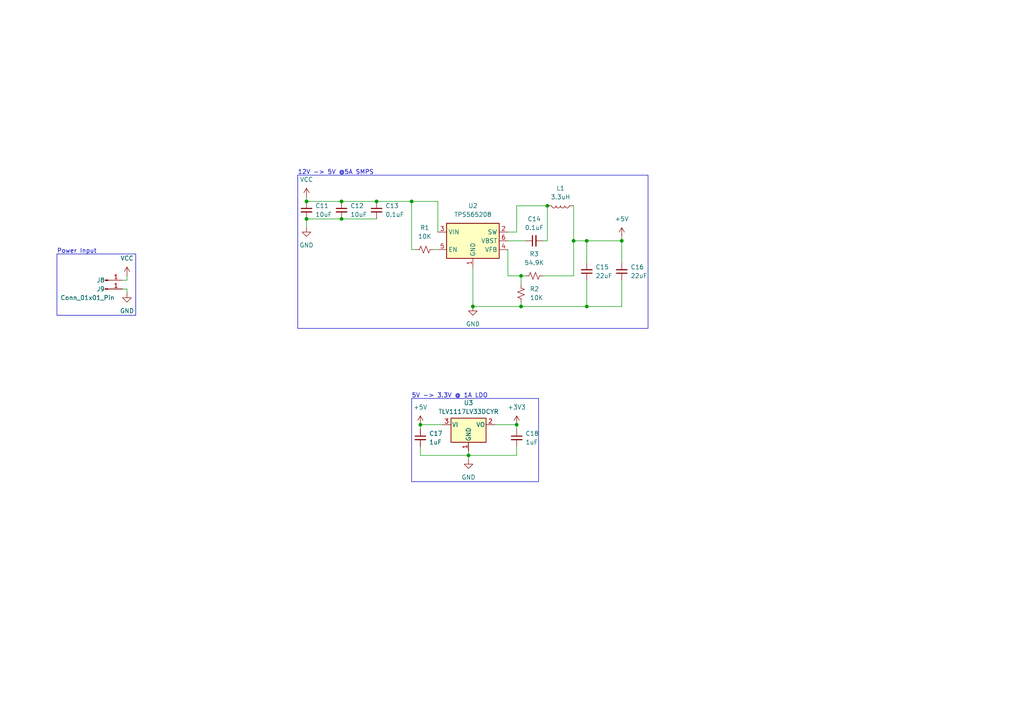
<source format=kicad_sch>
(kicad_sch (version 20230121) (generator eeschema)
  (paper "A4")
  (lib_symbols
    (symbol "Connector:Conn_01x01_Pin" (pin_names (offset 1.016) hide)
      (property "Reference" "J" (at 0 2.54 0))
      (property "Value" "Conn_01x01_Pin" (at 0 -2.54 0))
      (symbol "Conn_01x01_Pin_1_1"
        (polyline (pts (xy 1.27 0) (xy 0.8636 0)) (stroke (width 0.1524)))
        (rectangle (start 0.8636 0.127) (end 0 -0.127) (stroke (width 0.1524)) (fill (type outline)))
        (pin passive line (at 5.08 0 180) (length 3.81) (name "Pin_1") (number "1"))
      )
    )
    (symbol "Device:C_Small" (pin_numbers hide) (pin_names (offset 0.254) hide)
      (property "Reference" "C" (at 0.254 1.778 0))
      (property "Value" "C_Small" (at 0.254 -2.032 0))
      (symbol "C_Small_0_1"
        (polyline (pts (xy -1.524 -0.508) (xy 1.524 -0.508)) (stroke (width 0.3302)))
        (polyline (pts (xy -1.524 0.508) (xy 1.524 0.508)) (stroke (width 0.3048)))
      )
      (symbol "C_Small_1_1"
        (pin passive line (at 0 2.54 270) (length 2.032) (name "~") (number "1"))
        (pin passive line (at 0 -2.54 90) (length 2.032) (name "~") (number "2"))
      )
    )
    (symbol "Device:L" (pin_numbers hide) (pin_names (offset 1.016) hide)
      (property "Reference" "L" (at -1.27 0 90))
      (property "Value" "L" (at 1.905 0 90))
      (symbol "L_0_1"
        (arc (start 0 -2.54) (mid 0.6323 -1.905) (end 0 -1.27))
        (arc (start 0 -1.27) (mid 0.6323 -0.635) (end 0 0))
        (arc (start 0 0) (mid 0.6323 0.635) (end 0 1.27))
        (arc (start 0 1.27) (mid 0.6323 1.905) (end 0 2.54))
      )
      (symbol "L_1_1"
        (pin passive line (at 0 3.81 270) (length 1.27) (name "1") (number "1"))
        (pin passive line (at 0 -3.81 90) (length 1.27) (name "2") (number "2"))
      )
    )
    (symbol "Device:R_Small_US" (pin_numbers hide) (pin_names (offset 0.254) hide)
      (property "Reference" "R" (at 0.762 0.508 0))
      (property "Value" "R_Small_US" (at 0.762 -1.016 0))
      (symbol "R_Small_US_1_1"
        (polyline (pts (xy 0 0) (xy 1.016 -0.381) (xy 0 -0.762) (xy -1.016 -1.143) (xy 0 -1.524)))
        (polyline (pts (xy 0 1.524) (xy 1.016 1.143) (xy 0 0.762) (xy -1.016 0.381) (xy 0 0)))
        (pin passive line (at 0 2.54 270) (length 1.016) (name "~") (number "1"))
        (pin passive line (at 0 -2.54 90) (length 1.016) (name "~") (number "2"))
      )
    )
    (symbol "Regulator_Linear:TLV1117-33" (pin_names (offset 0.254))
      (property "Reference" "U" (at -3.81 3.175 0))
      (property "Value" "TLV1117-33" (at 0 3.175 0))
      (symbol "TLV1117-33_0_1"
        (rectangle (start -5.08 -5.08) (end 5.08 1.905) (stroke (width 0.254)) (fill (type background)))
      )
      (symbol "TLV1117-33_1_1"
        (pin power_in line (at 0 -7.62 90) (length 2.54) (name "GND") (number "1"))
        (pin power_out line (at 7.62 0 180) (length 2.54) (name "VO") (number "2"))
        (pin power_in line (at -7.62 0 0) (length 2.54) (name "VI") (number "3"))
      )
    )
    (symbol "Regulator_Switching:TPS565208"
      (property "Reference" "U" (at -7.62 6.35 0))
      (property "Value" "TPS565208" (at -2.54 6.35 0))
      (symbol "TPS565208_0_1"
        (rectangle (start -7.62 5.08) (end 7.62 -5.08) (stroke (width 0.254)) (fill (type background)))
      )
      (symbol "TPS565208_1_1"
        (pin power_in line (at 0 -7.62 90) (length 2.54) (name "GND") (number "1"))
        (pin output line (at 10.16 2.54 180) (length 2.54) (name "SW") (number "2"))
        (pin power_in line (at -10.16 2.54 0) (length 2.54) (name "VIN") (number "3"))
        (pin input line (at 10.16 -2.54 180) (length 2.54) (name "VFB") (number "4"))
        (pin input line (at -10.16 -2.54 0) (length 2.54) (name "EN") (number "5"))
        (pin passive line (at 10.16 0 180) (length 2.54) (name "VBST") (number "6"))
      )
    )
    (symbol "power:+3V3" (power) (pin_names (offset 0))
      (property "Value" "+3V3" (at 0 3.556 0))
      (symbol "+3V3_0_1"
        (polyline (pts (xy -0.762 1.27) (xy 0 2.54)))
        (polyline (pts (xy 0 0) (xy 0 2.54)))
        (polyline (pts (xy 0 2.54) (xy 0.762 1.27)))
      )
      (symbol "+3V3_1_1"
        (pin power_in line (at 0 0 90) (length 0) hide (name "+3V3") (number "1"))
      )
    )
    (symbol "power:+5V" (power) (pin_names (offset 0))
      (property "Value" "+5V" (at 0 3.556 0))
      (symbol "+5V_0_1"
        (polyline (pts (xy -0.762 1.27) (xy 0 2.54)))
        (polyline (pts (xy 0 0) (xy 0 2.54)))
        (polyline (pts (xy 0 2.54) (xy 0.762 1.27)))
      )
      (symbol "+5V_1_1"
        (pin power_in line (at 0 0 90) (length 0) hide (name "+5V") (number "1"))
      )
    )
    (symbol "power:GND" (power) (pin_names (offset 0))
      (property "Value" "GND" (at 0 -3.81 0))
      (symbol "GND_0_1"
        (polyline (pts (xy 0 0) (xy 0 -1.27) (xy 1.27 -1.27) (xy 0 -2.54) (xy -1.27 -1.27) (xy 0 -1.27)))
      )
      (symbol "GND_1_1"
        (pin power_in line (at 0 0 270) (length 0) hide (name "GND") (number "1"))
      )
    )
    (symbol "power:VCC" (power) (pin_names (offset 0))
      (property "Value" "VCC" (at 0 3.81 0))
      (symbol "VCC_0_1"
        (polyline (pts (xy -0.762 1.27) (xy 0 2.54)))
        (polyline (pts (xy 0 0) (xy 0 2.54)))
        (polyline (pts (xy 0 2.54) (xy 0.762 1.27)))
      )
      (symbol "VCC_1_1"
        (pin power_in line (at 0 0 90) (length 0) hide (name "VCC") (number "1"))
      )
    )
  )
  (junction (at 180.34 69.85))
  (junction (at 151.13 80.01))
  (junction (at 99.06 63.5))
  (junction (at 121.92 123.19))
  (junction (at 137.16 88.9))
  (junction (at 88.9 63.5))
  (junction (at 170.18 88.9))
  (junction (at 99.06 58.42))
  (junction (at 119.38 58.42))
  (junction (at 158.75 59.69))
  (junction (at 170.18 69.85))
  (junction (at 88.9 58.42))
  (junction (at 149.86 123.19))
  (junction (at 135.89 132.08))
  (junction (at 151.13 88.9))
  (junction (at 109.22 58.42))
  (junction (at 166.37 69.85))
  (wire (pts (xy 119.38 58.42) (xy 127 58.42)))
  (wire (pts (xy 119.38 58.42) (xy 119.38 72.39)))
  (wire (pts (xy 149.86 67.31) (xy 149.86 59.69)))
  (wire (pts (xy 121.92 132.08) (xy 121.92 129.54)))
  (wire (pts (xy 149.86 129.54) (xy 149.86 132.08)))
  (wire (pts (xy 170.18 88.9) (xy 170.18 81.28)))
  (wire (pts (xy 170.18 88.9) (xy 180.34 88.9)))
  (wire (pts (xy 88.9 63.5) (xy 99.06 63.5)))
  (wire (pts (xy 99.06 63.5) (xy 109.22 63.5)))
  (wire (pts (xy 166.37 80.01) (xy 166.37 69.85)))
  (wire (pts (xy 135.89 132.08) (xy 135.89 133.35)))
  (wire (pts (xy 166.37 69.85) (xy 170.18 69.85)))
  (wire (pts (xy 180.34 88.9) (xy 180.34 81.28)))
  (wire (pts (xy 158.75 69.85) (xy 157.48 69.85)))
  (wire (pts (xy 121.92 123.19) (xy 128.27 123.19)))
  (wire (pts (xy 35.56 81.28) (xy 36.83 81.28)))
  (wire (pts (xy 137.16 88.9) (xy 151.13 88.9)))
  (wire (pts (xy 109.22 58.42) (xy 119.38 58.42)))
  (wire (pts (xy 127 58.42) (xy 127 67.31)))
  (wire (pts (xy 149.86 132.08) (xy 135.89 132.08)))
  (wire (pts (xy 170.18 76.2) (xy 170.18 69.85)))
  (wire (pts (xy 147.32 67.31) (xy 149.86 67.31)))
  (wire (pts (xy 166.37 69.85) (xy 166.37 59.69)))
  (wire (pts (xy 121.92 123.19) (xy 121.92 124.46)))
  (wire (pts (xy 151.13 88.9) (xy 151.13 87.63)))
  (wire (pts (xy 88.9 63.5) (xy 88.9 66.04)))
  (wire (pts (xy 135.89 130.81) (xy 135.89 132.08)))
  (wire (pts (xy 151.13 80.01) (xy 152.4 80.01)))
  (wire (pts (xy 149.86 59.69) (xy 158.75 59.69)))
  (wire (pts (xy 99.06 58.42) (xy 109.22 58.42)))
  (wire (pts (xy 147.32 80.01) (xy 151.13 80.01)))
  (wire (pts (xy 151.13 82.55) (xy 151.13 80.01)))
  (wire (pts (xy 125.73 72.39) (xy 127 72.39)))
  (wire (pts (xy 135.89 132.08) (xy 121.92 132.08)))
  (wire (pts (xy 36.83 81.28) (xy 36.83 80.01)))
  (wire (pts (xy 119.38 72.39) (xy 120.65 72.39)))
  (wire (pts (xy 180.34 76.2) (xy 180.34 69.85)))
  (wire (pts (xy 88.9 58.42) (xy 99.06 58.42)))
  (wire (pts (xy 147.32 69.85) (xy 152.4 69.85)))
  (wire (pts (xy 36.83 83.82) (xy 35.56 83.82)))
  (wire (pts (xy 170.18 69.85) (xy 180.34 69.85)))
  (wire (pts (xy 157.48 80.01) (xy 166.37 80.01)))
  (wire (pts (xy 36.83 85.09) (xy 36.83 83.82)))
  (wire (pts (xy 88.9 58.42) (xy 88.9 57.15)))
  (wire (pts (xy 158.75 59.69) (xy 158.75 69.85)))
  (wire (pts (xy 151.13 88.9) (xy 170.18 88.9)))
  (wire (pts (xy 149.86 123.19) (xy 149.86 124.46)))
  (wire (pts (xy 180.34 68.58) (xy 180.34 69.85)))
  (wire (pts (xy 137.16 88.9) (xy 137.16 77.47)))
  (wire (pts (xy 149.86 123.19) (xy 143.51 123.19)))
  (wire (pts (xy 147.32 72.39) (xy 147.32 80.01)))
  (rectangle (start 16.51 73.66) (end 39.37 91.44))
  (rectangle (start 119.38 115.57) (end 156.21 139.7))
  (rectangle (start 86.36 50.8) (end 187.96 95.25))
  (text "12V -> 5V @5A SMPS" (at 86.36 50.8 0) (effects (font (size 1.27 1.27)) (justify left bottom)))
  (text "5V -> 3.3V @ 1A LDO" (at 119.38 115.57 0) (effects (font (size 1.27 1.27)) (justify left bottom)))
  (text "Power Input" (at 16.51 73.66 0) (effects (font (size 1.27 1.27)) (justify left bottom)))
  (symbol (lib_id "Device:R_Small_US") (at 151.13 85.09 180) (unit 1)
    (property "Reference" "R2" (at 153.67 83.82 0) (effects (justify right)))
    (property "Value" "10K" (at 153.67 86.36 0) (effects (justify right)))
    (property "Footprint" "Resistor_SMD:R_0603_1608Metric" (effects hide))
  )
  (symbol (lib_id "power:+5V") (at 180.34 68.58 0) (unit 1)
    (property "Reference" "#PWR016" (effects hide))
    (property "Value" "+5V" (at 180.34 63.5 0))
  )
  (symbol (lib_id "power:+5V") (at 121.92 123.19 0) (unit 1)
    (property "Reference" "#PWR030" (effects hide))
    (property "Value" "+5V" (at 121.92 118.11 0))
  )
  (symbol (lib_id "Device:C_Small") (at 154.94 69.85 90) (unit 1)
    (property "Reference" "C14" (at 154.9463 63.5 90))
    (property "Value" "0.1uF" (at 154.9463 66.04 90))
    (property "Footprint" "Capacitor_SMD:C_0603_1608Metric" (effects hide))
  )
  (symbol (lib_id "power:GND") (at 137.16 88.9 0) (unit 1)
    (property "Reference" "#PWR015" (effects hide))
    (property "Value" "GND" (at 137.16 93.98 0))
  )
  (symbol (lib_id "Device:C_Small") (at 109.22 60.96 0) (unit 1)
    (property "Reference" "C13" (at 111.76 59.6963 0) (effects (justify left)))
    (property "Value" "0.1uF" (at 111.76 62.2363 0) (effects (justify left)))
    (property "Footprint" "Capacitor_SMD:C_0603_1608Metric" (effects hide))
  )
  (symbol (lib_id "Device:C_Small") (at 180.34 78.74 180) (unit 1)
    (property "Reference" "C16" (at 182.88 77.4636 0) (effects (justify right)))
    (property "Value" "22uF" (at 182.88 80.0036 0) (effects (justify right)))
    (property "Footprint" "Capacitor_SMD:C_0603_1608Metric" (effects hide))
  )
  (symbol (lib_id "power:VCC") (at 36.83 80.01 0) (unit 1)
    (property "Reference" "#PWR032" (effects hide))
    (property "Value" "VCC" (at 36.83 74.93 0))
  )
  (symbol (lib_id "Device:R_Small_US") (at 123.19 72.39 90) (unit 1)
    (property "Reference" "R1" (at 123.19 66.04 90))
    (property "Value" "10K" (at 123.19 68.58 90))
    (property "Footprint" "Resistor_SMD:R_0603_1608Metric" (effects hide))
  )
  (symbol (lib_id "Connector:Conn_01x01_Pin") (at 30.48 83.82 0) (unit 1)
    (property "Reference" "J9" (at 29.21 83.82 0))
    (property "Value" "Conn_01x01_Pin" (effects hide))
    (property "Footprint" "Connector_Wire:SolderWirePad_1x01_SMD_5x10mm" (effects hide))
  )
  (symbol (lib_id "Device:C_Small") (at 149.86 127 0) (unit 1)
    (property "Reference" "C18" (at 152.4 125.7363 0) (effects (justify left)))
    (property "Value" "1uF" (at 152.4 128.2763 0) (effects (justify left)))
    (property "Footprint" "Capacitor_SMD:C_0603_1608Metric" (effects hide))
  )
  (symbol (lib_id "Connector:Conn_01x01_Pin") (at 30.48 81.28 0) (unit 1)
    (property "Reference" "J8" (at 29.21 81.28 0))
    (property "Value" "Conn_01x01_Pin" (at 25.4 86.36 0))
    (property "Footprint" "Connector_Wire:SolderWirePad_1x01_SMD_5x10mm" (effects hide))
  )
  (symbol (lib_id "power:+3V3") (at 149.86 123.19 0) (unit 1)
    (property "Reference" "#PWR031" (effects hide))
    (property "Value" "+3V3" (at 149.86 118.11 0))
  )
  (symbol (lib_id "Regulator_Switching:TPS565208") (at 137.16 69.85 0) (unit 1)
    (property "Reference" "U2" (at 137.16 59.69 0))
    (property "Value" "TPS565208" (at 137.16 62.23 0))
    (property "Footprint" "Package_TO_SOT_SMD:SOT-23-6" (effects hide))
    (property "Datasheet" "http://www.ti.com/lit/ds/symlink/tps565208.pdf" (effects hide))
  )
  (symbol (lib_id "power:GND") (at 36.83 85.09 0) (unit 1)
    (property "Reference" "#PWR033" (effects hide))
    (property "Value" "GND" (at 36.83 90.17 0))
  )
  (symbol (lib_id "Regulator_Linear:TLV1117-33") (at 135.89 123.19 0) (unit 1)
    (property "Reference" "U3" (at 135.89 116.84 0))
    (property "Value" "TLV1117LV33DCYR" (at 135.89 119.38 0))
    (property "Footprint" "Package_TO_SOT_SMD:SOT-223-3_TabPin2" (effects hide))
    (property "Datasheet" "http://www.ti.com/lit/ds/symlink/tlv1117.pdf" (effects hide))
  )
  (symbol (lib_id "power:VCC") (at 88.9 57.15 0) (unit 1)
    (property "Reference" "#PWR013" (effects hide))
    (property "Value" "VCC" (at 88.9 52.07 0))
  )
  (symbol (lib_id "Device:R_Small_US") (at 154.94 80.01 90) (unit 1)
    (property "Reference" "R3" (at 154.94 73.66 90))
    (property "Value" "54.9K" (at 154.94 76.2 90))
    (property "Footprint" "Resistor_SMD:R_0603_1608Metric" (effects hide))
  )
  (symbol (lib_id "power:GND") (at 135.89 133.35 0) (unit 1)
    (property "Reference" "#PWR029" (effects hide))
    (property "Value" "GND" (at 135.89 138.43 0))
  )
  (symbol (lib_id "Device:C_Small") (at 99.06 60.96 0) (unit 1)
    (property "Reference" "C12" (at 101.6 59.6963 0) (effects (justify left)))
    (property "Value" "10uF" (at 101.6 62.2363 0) (effects (justify left)))
    (property "Footprint" "Capacitor_SMD:C_0603_1608Metric" (effects hide))
  )
  (symbol (lib_id "power:GND") (at 88.9 66.04 0) (unit 1)
    (property "Reference" "#PWR014" (effects hide))
    (property "Value" "GND" (at 88.9 71.12 0))
  )
  (symbol (lib_id "Device:L") (at 162.56 59.69 270) (unit 1)
    (property "Reference" "L1" (at 162.56 54.61 90))
    (property "Value" "3.3uH" (at 162.56 57.15 90))
    (property "Footprint" "Inductor_SMD:L_Bourns_SRP7028A_7.3x6.6mm" (effects hide))
  )
  (symbol (lib_id "Device:C_Small") (at 121.92 127 0) (unit 1)
    (property "Reference" "C17" (at 124.46 125.7363 0) (effects (justify left)))
    (property "Value" "1uF" (at 124.46 128.2763 0) (effects (justify left)))
    (property "Footprint" "Capacitor_SMD:C_0603_1608Metric" (effects hide))
  )
  (symbol (lib_id "Device:C_Small") (at 88.9 60.96 0) (unit 1)
    (property "Reference" "C11" (at 91.44 59.6963 0) (effects (justify left)))
    (property "Value" "10uF" (at 91.44 62.2363 0) (effects (justify left)))
    (property "Footprint" "Capacitor_SMD:C_0603_1608Metric" (effects hide))
  )
  (symbol (lib_id "Device:C_Small") (at 170.18 78.74 180) (unit 1)
    (property "Reference" "C15" (at 172.72 77.4636 0) (effects (justify right)))
    (property "Value" "22uF" (at 172.72 80.0036 0) (effects (justify right)))
    (property "Footprint" "Capacitor_SMD:C_0603_1608Metric" (effects hide))
  )
)
</source>
